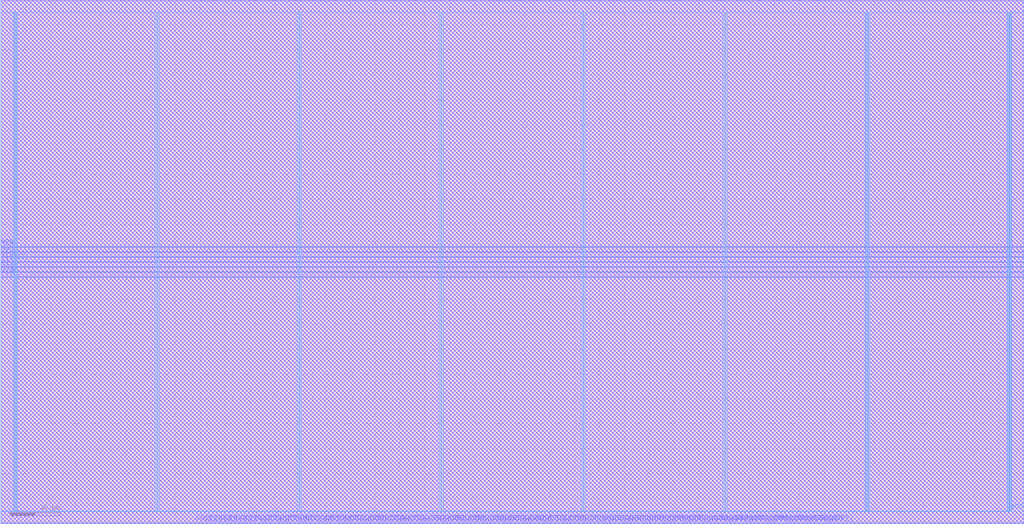
<source format=lef>
##
## LEF for PtnCells ;
## created by Innovus v15.23-s045_1 on Wed Mar 19 04:16:30 2025
##

VERSION 5.8 ;

BUSBITCHARS "[]" ;
DIVIDERCHAR "/" ;

MACRO sram_w16
  CLASS BLOCK ;
  SIZE 820.0000 BY 420.0000 ;
  FOREIGN sram_w16 0.0000 0.0000 ;
  ORIGIN 0 0 ;
  SYMMETRY X Y R90 ;
  PIN CLK
    DIRECTION INPUT ;
    USE SIGNAL ;
    PORT
      LAYER M3 ;
        RECT 0.0000 217.7500 0.5200 217.8500 ;
    END
  END CLK
  PIN D[127]
    DIRECTION INPUT ;
    USE SIGNAL ;
    PORT
      LAYER M2 ;
        RECT 663.8500 0.0000 663.9500 0.5200 ;
    END
  END D[127]
  PIN D[126]
    DIRECTION INPUT ;
    USE SIGNAL ;
    PORT
      LAYER M2 ;
        RECT 659.8500 0.0000 659.9500 0.5200 ;
    END
  END D[126]
  PIN D[125]
    DIRECTION INPUT ;
    USE SIGNAL ;
    PORT
      LAYER M2 ;
        RECT 655.8500 0.0000 655.9500 0.5200 ;
    END
  END D[125]
  PIN D[124]
    DIRECTION INPUT ;
    USE SIGNAL ;
    PORT
      LAYER M2 ;
        RECT 651.8500 0.0000 651.9500 0.5200 ;
    END
  END D[124]
  PIN D[123]
    DIRECTION INPUT ;
    USE SIGNAL ;
    PORT
      LAYER M2 ;
        RECT 647.8500 0.0000 647.9500 0.5200 ;
    END
  END D[123]
  PIN D[122]
    DIRECTION INPUT ;
    USE SIGNAL ;
    PORT
      LAYER M2 ;
        RECT 643.8500 0.0000 643.9500 0.5200 ;
    END
  END D[122]
  PIN D[121]
    DIRECTION INPUT ;
    USE SIGNAL ;
    PORT
      LAYER M2 ;
        RECT 639.8500 0.0000 639.9500 0.5200 ;
    END
  END D[121]
  PIN D[120]
    DIRECTION INPUT ;
    USE SIGNAL ;
    PORT
      LAYER M2 ;
        RECT 635.8500 0.0000 635.9500 0.5200 ;
    END
  END D[120]
  PIN D[119]
    DIRECTION INPUT ;
    USE SIGNAL ;
    PORT
      LAYER M2 ;
        RECT 631.8500 0.0000 631.9500 0.5200 ;
    END
  END D[119]
  PIN D[118]
    DIRECTION INPUT ;
    USE SIGNAL ;
    PORT
      LAYER M2 ;
        RECT 627.8500 0.0000 627.9500 0.5200 ;
    END
  END D[118]
  PIN D[117]
    DIRECTION INPUT ;
    USE SIGNAL ;
    PORT
      LAYER M2 ;
        RECT 623.8500 0.0000 623.9500 0.5200 ;
    END
  END D[117]
  PIN D[116]
    DIRECTION INPUT ;
    USE SIGNAL ;
    PORT
      LAYER M2 ;
        RECT 619.8500 0.0000 619.9500 0.5200 ;
    END
  END D[116]
  PIN D[115]
    DIRECTION INPUT ;
    USE SIGNAL ;
    PORT
      LAYER M2 ;
        RECT 615.8500 0.0000 615.9500 0.5200 ;
    END
  END D[115]
  PIN D[114]
    DIRECTION INPUT ;
    USE SIGNAL ;
    PORT
      LAYER M2 ;
        RECT 611.8500 0.0000 611.9500 0.5200 ;
    END
  END D[114]
  PIN D[113]
    DIRECTION INPUT ;
    USE SIGNAL ;
    PORT
      LAYER M2 ;
        RECT 607.8500 0.0000 607.9500 0.5200 ;
    END
  END D[113]
  PIN D[112]
    DIRECTION INPUT ;
    USE SIGNAL ;
    PORT
      LAYER M2 ;
        RECT 603.8500 0.0000 603.9500 0.5200 ;
    END
  END D[112]
  PIN D[111]
    DIRECTION INPUT ;
    USE SIGNAL ;
    PORT
      LAYER M2 ;
        RECT 599.8500 0.0000 599.9500 0.5200 ;
    END
  END D[111]
  PIN D[110]
    DIRECTION INPUT ;
    USE SIGNAL ;
    PORT
      LAYER M2 ;
        RECT 595.8500 0.0000 595.9500 0.5200 ;
    END
  END D[110]
  PIN D[109]
    DIRECTION INPUT ;
    USE SIGNAL ;
    PORT
      LAYER M2 ;
        RECT 591.8500 0.0000 591.9500 0.5200 ;
    END
  END D[109]
  PIN D[108]
    DIRECTION INPUT ;
    USE SIGNAL ;
    PORT
      LAYER M2 ;
        RECT 587.8500 0.0000 587.9500 0.5200 ;
    END
  END D[108]
  PIN D[107]
    DIRECTION INPUT ;
    USE SIGNAL ;
    PORT
      LAYER M2 ;
        RECT 583.8500 0.0000 583.9500 0.5200 ;
    END
  END D[107]
  PIN D[106]
    DIRECTION INPUT ;
    USE SIGNAL ;
    PORT
      LAYER M2 ;
        RECT 579.8500 0.0000 579.9500 0.5200 ;
    END
  END D[106]
  PIN D[105]
    DIRECTION INPUT ;
    USE SIGNAL ;
    PORT
      LAYER M2 ;
        RECT 575.8500 0.0000 575.9500 0.5200 ;
    END
  END D[105]
  PIN D[104]
    DIRECTION INPUT ;
    USE SIGNAL ;
    PORT
      LAYER M2 ;
        RECT 571.8500 0.0000 571.9500 0.5200 ;
    END
  END D[104]
  PIN D[103]
    DIRECTION INPUT ;
    USE SIGNAL ;
    PORT
      LAYER M2 ;
        RECT 567.8500 0.0000 567.9500 0.5200 ;
    END
  END D[103]
  PIN D[102]
    DIRECTION INPUT ;
    USE SIGNAL ;
    PORT
      LAYER M2 ;
        RECT 563.8500 0.0000 563.9500 0.5200 ;
    END
  END D[102]
  PIN D[101]
    DIRECTION INPUT ;
    USE SIGNAL ;
    PORT
      LAYER M2 ;
        RECT 559.8500 0.0000 559.9500 0.5200 ;
    END
  END D[101]
  PIN D[100]
    DIRECTION INPUT ;
    USE SIGNAL ;
    PORT
      LAYER M2 ;
        RECT 555.8500 0.0000 555.9500 0.5200 ;
    END
  END D[100]
  PIN D[99]
    DIRECTION INPUT ;
    USE SIGNAL ;
    PORT
      LAYER M2 ;
        RECT 551.8500 0.0000 551.9500 0.5200 ;
    END
  END D[99]
  PIN D[98]
    DIRECTION INPUT ;
    USE SIGNAL ;
    PORT
      LAYER M2 ;
        RECT 547.8500 0.0000 547.9500 0.5200 ;
    END
  END D[98]
  PIN D[97]
    DIRECTION INPUT ;
    USE SIGNAL ;
    PORT
      LAYER M2 ;
        RECT 543.8500 0.0000 543.9500 0.5200 ;
    END
  END D[97]
  PIN D[96]
    DIRECTION INPUT ;
    USE SIGNAL ;
    PORT
      LAYER M2 ;
        RECT 539.8500 0.0000 539.9500 0.5200 ;
    END
  END D[96]
  PIN D[95]
    DIRECTION INPUT ;
    USE SIGNAL ;
    PORT
      LAYER M2 ;
        RECT 535.8500 0.0000 535.9500 0.5200 ;
    END
  END D[95]
  PIN D[94]
    DIRECTION INPUT ;
    USE SIGNAL ;
    PORT
      LAYER M2 ;
        RECT 531.8500 0.0000 531.9500 0.5200 ;
    END
  END D[94]
  PIN D[93]
    DIRECTION INPUT ;
    USE SIGNAL ;
    PORT
      LAYER M2 ;
        RECT 527.8500 0.0000 527.9500 0.5200 ;
    END
  END D[93]
  PIN D[92]
    DIRECTION INPUT ;
    USE SIGNAL ;
    PORT
      LAYER M2 ;
        RECT 523.8500 0.0000 523.9500 0.5200 ;
    END
  END D[92]
  PIN D[91]
    DIRECTION INPUT ;
    USE SIGNAL ;
    PORT
      LAYER M2 ;
        RECT 519.8500 0.0000 519.9500 0.5200 ;
    END
  END D[91]
  PIN D[90]
    DIRECTION INPUT ;
    USE SIGNAL ;
    PORT
      LAYER M2 ;
        RECT 515.8500 0.0000 515.9500 0.5200 ;
    END
  END D[90]
  PIN D[89]
    DIRECTION INPUT ;
    USE SIGNAL ;
    PORT
      LAYER M2 ;
        RECT 511.8500 0.0000 511.9500 0.5200 ;
    END
  END D[89]
  PIN D[88]
    DIRECTION INPUT ;
    USE SIGNAL ;
    PORT
      LAYER M2 ;
        RECT 507.8500 0.0000 507.9500 0.5200 ;
    END
  END D[88]
  PIN D[87]
    DIRECTION INPUT ;
    USE SIGNAL ;
    PORT
      LAYER M2 ;
        RECT 503.8500 0.0000 503.9500 0.5200 ;
    END
  END D[87]
  PIN D[86]
    DIRECTION INPUT ;
    USE SIGNAL ;
    PORT
      LAYER M2 ;
        RECT 499.8500 0.0000 499.9500 0.5200 ;
    END
  END D[86]
  PIN D[85]
    DIRECTION INPUT ;
    USE SIGNAL ;
    PORT
      LAYER M2 ;
        RECT 495.8500 0.0000 495.9500 0.5200 ;
    END
  END D[85]
  PIN D[84]
    DIRECTION INPUT ;
    USE SIGNAL ;
    PORT
      LAYER M2 ;
        RECT 491.8500 0.0000 491.9500 0.5200 ;
    END
  END D[84]
  PIN D[83]
    DIRECTION INPUT ;
    USE SIGNAL ;
    PORT
      LAYER M2 ;
        RECT 487.8500 0.0000 487.9500 0.5200 ;
    END
  END D[83]
  PIN D[82]
    DIRECTION INPUT ;
    USE SIGNAL ;
    PORT
      LAYER M2 ;
        RECT 483.8500 0.0000 483.9500 0.5200 ;
    END
  END D[82]
  PIN D[81]
    DIRECTION INPUT ;
    USE SIGNAL ;
    PORT
      LAYER M2 ;
        RECT 479.8500 0.0000 479.9500 0.5200 ;
    END
  END D[81]
  PIN D[80]
    DIRECTION INPUT ;
    USE SIGNAL ;
    PORT
      LAYER M2 ;
        RECT 475.8500 0.0000 475.9500 0.5200 ;
    END
  END D[80]
  PIN D[79]
    DIRECTION INPUT ;
    USE SIGNAL ;
    PORT
      LAYER M2 ;
        RECT 471.8500 0.0000 471.9500 0.5200 ;
    END
  END D[79]
  PIN D[78]
    DIRECTION INPUT ;
    USE SIGNAL ;
    PORT
      LAYER M2 ;
        RECT 467.8500 0.0000 467.9500 0.5200 ;
    END
  END D[78]
  PIN D[77]
    DIRECTION INPUT ;
    USE SIGNAL ;
    PORT
      LAYER M2 ;
        RECT 463.8500 0.0000 463.9500 0.5200 ;
    END
  END D[77]
  PIN D[76]
    DIRECTION INPUT ;
    USE SIGNAL ;
    PORT
      LAYER M2 ;
        RECT 459.8500 0.0000 459.9500 0.5200 ;
    END
  END D[76]
  PIN D[75]
    DIRECTION INPUT ;
    USE SIGNAL ;
    PORT
      LAYER M2 ;
        RECT 455.8500 0.0000 455.9500 0.5200 ;
    END
  END D[75]
  PIN D[74]
    DIRECTION INPUT ;
    USE SIGNAL ;
    PORT
      LAYER M2 ;
        RECT 451.8500 0.0000 451.9500 0.5200 ;
    END
  END D[74]
  PIN D[73]
    DIRECTION INPUT ;
    USE SIGNAL ;
    PORT
      LAYER M2 ;
        RECT 447.8500 0.0000 447.9500 0.5200 ;
    END
  END D[73]
  PIN D[72]
    DIRECTION INPUT ;
    USE SIGNAL ;
    PORT
      LAYER M2 ;
        RECT 443.8500 0.0000 443.9500 0.5200 ;
    END
  END D[72]
  PIN D[71]
    DIRECTION INPUT ;
    USE SIGNAL ;
    PORT
      LAYER M2 ;
        RECT 439.8500 0.0000 439.9500 0.5200 ;
    END
  END D[71]
  PIN D[70]
    DIRECTION INPUT ;
    USE SIGNAL ;
    PORT
      LAYER M2 ;
        RECT 435.8500 0.0000 435.9500 0.5200 ;
    END
  END D[70]
  PIN D[69]
    DIRECTION INPUT ;
    USE SIGNAL ;
    PORT
      LAYER M2 ;
        RECT 431.8500 0.0000 431.9500 0.5200 ;
    END
  END D[69]
  PIN D[68]
    DIRECTION INPUT ;
    USE SIGNAL ;
    PORT
      LAYER M2 ;
        RECT 427.8500 0.0000 427.9500 0.5200 ;
    END
  END D[68]
  PIN D[67]
    DIRECTION INPUT ;
    USE SIGNAL ;
    PORT
      LAYER M2 ;
        RECT 423.8500 0.0000 423.9500 0.5200 ;
    END
  END D[67]
  PIN D[66]
    DIRECTION INPUT ;
    USE SIGNAL ;
    PORT
      LAYER M2 ;
        RECT 419.8500 0.0000 419.9500 0.5200 ;
    END
  END D[66]
  PIN D[65]
    DIRECTION INPUT ;
    USE SIGNAL ;
    PORT
      LAYER M2 ;
        RECT 415.8500 0.0000 415.9500 0.5200 ;
    END
  END D[65]
  PIN D[64]
    DIRECTION INPUT ;
    USE SIGNAL ;
    PORT
      LAYER M2 ;
        RECT 411.8500 0.0000 411.9500 0.5200 ;
    END
  END D[64]
  PIN D[63]
    DIRECTION INPUT ;
    USE SIGNAL ;
    PORT
      LAYER M2 ;
        RECT 407.8500 0.0000 407.9500 0.5200 ;
    END
  END D[63]
  PIN D[62]
    DIRECTION INPUT ;
    USE SIGNAL ;
    PORT
      LAYER M2 ;
        RECT 403.8500 0.0000 403.9500 0.5200 ;
    END
  END D[62]
  PIN D[61]
    DIRECTION INPUT ;
    USE SIGNAL ;
    PORT
      LAYER M2 ;
        RECT 399.8500 0.0000 399.9500 0.5200 ;
    END
  END D[61]
  PIN D[60]
    DIRECTION INPUT ;
    USE SIGNAL ;
    PORT
      LAYER M2 ;
        RECT 395.8500 0.0000 395.9500 0.5200 ;
    END
  END D[60]
  PIN D[59]
    DIRECTION INPUT ;
    USE SIGNAL ;
    PORT
      LAYER M2 ;
        RECT 391.8500 0.0000 391.9500 0.5200 ;
    END
  END D[59]
  PIN D[58]
    DIRECTION INPUT ;
    USE SIGNAL ;
    PORT
      LAYER M2 ;
        RECT 387.8500 0.0000 387.9500 0.5200 ;
    END
  END D[58]
  PIN D[57]
    DIRECTION INPUT ;
    USE SIGNAL ;
    PORT
      LAYER M2 ;
        RECT 383.8500 0.0000 383.9500 0.5200 ;
    END
  END D[57]
  PIN D[56]
    DIRECTION INPUT ;
    USE SIGNAL ;
    PORT
      LAYER M2 ;
        RECT 379.8500 0.0000 379.9500 0.5200 ;
    END
  END D[56]
  PIN D[55]
    DIRECTION INPUT ;
    USE SIGNAL ;
    PORT
      LAYER M2 ;
        RECT 375.8500 0.0000 375.9500 0.5200 ;
    END
  END D[55]
  PIN D[54]
    DIRECTION INPUT ;
    USE SIGNAL ;
    PORT
      LAYER M2 ;
        RECT 371.8500 0.0000 371.9500 0.5200 ;
    END
  END D[54]
  PIN D[53]
    DIRECTION INPUT ;
    USE SIGNAL ;
    PORT
      LAYER M2 ;
        RECT 367.8500 0.0000 367.9500 0.5200 ;
    END
  END D[53]
  PIN D[52]
    DIRECTION INPUT ;
    USE SIGNAL ;
    PORT
      LAYER M2 ;
        RECT 363.8500 0.0000 363.9500 0.5200 ;
    END
  END D[52]
  PIN D[51]
    DIRECTION INPUT ;
    USE SIGNAL ;
    PORT
      LAYER M2 ;
        RECT 359.8500 0.0000 359.9500 0.5200 ;
    END
  END D[51]
  PIN D[50]
    DIRECTION INPUT ;
    USE SIGNAL ;
    PORT
      LAYER M2 ;
        RECT 355.8500 0.0000 355.9500 0.5200 ;
    END
  END D[50]
  PIN D[49]
    DIRECTION INPUT ;
    USE SIGNAL ;
    PORT
      LAYER M2 ;
        RECT 351.8500 0.0000 351.9500 0.5200 ;
    END
  END D[49]
  PIN D[48]
    DIRECTION INPUT ;
    USE SIGNAL ;
    PORT
      LAYER M2 ;
        RECT 347.8500 0.0000 347.9500 0.5200 ;
    END
  END D[48]
  PIN D[47]
    DIRECTION INPUT ;
    USE SIGNAL ;
    PORT
      LAYER M2 ;
        RECT 343.8500 0.0000 343.9500 0.5200 ;
    END
  END D[47]
  PIN D[46]
    DIRECTION INPUT ;
    USE SIGNAL ;
    PORT
      LAYER M2 ;
        RECT 339.8500 0.0000 339.9500 0.5200 ;
    END
  END D[46]
  PIN D[45]
    DIRECTION INPUT ;
    USE SIGNAL ;
    PORT
      LAYER M2 ;
        RECT 335.8500 0.0000 335.9500 0.5200 ;
    END
  END D[45]
  PIN D[44]
    DIRECTION INPUT ;
    USE SIGNAL ;
    PORT
      LAYER M2 ;
        RECT 331.8500 0.0000 331.9500 0.5200 ;
    END
  END D[44]
  PIN D[43]
    DIRECTION INPUT ;
    USE SIGNAL ;
    PORT
      LAYER M2 ;
        RECT 327.8500 0.0000 327.9500 0.5200 ;
    END
  END D[43]
  PIN D[42]
    DIRECTION INPUT ;
    USE SIGNAL ;
    PORT
      LAYER M2 ;
        RECT 323.8500 0.0000 323.9500 0.5200 ;
    END
  END D[42]
  PIN D[41]
    DIRECTION INPUT ;
    USE SIGNAL ;
    PORT
      LAYER M2 ;
        RECT 319.8500 0.0000 319.9500 0.5200 ;
    END
  END D[41]
  PIN D[40]
    DIRECTION INPUT ;
    USE SIGNAL ;
    PORT
      LAYER M2 ;
        RECT 315.8500 0.0000 315.9500 0.5200 ;
    END
  END D[40]
  PIN D[39]
    DIRECTION INPUT ;
    USE SIGNAL ;
    PORT
      LAYER M2 ;
        RECT 311.8500 0.0000 311.9500 0.5200 ;
    END
  END D[39]
  PIN D[38]
    DIRECTION INPUT ;
    USE SIGNAL ;
    PORT
      LAYER M2 ;
        RECT 307.8500 0.0000 307.9500 0.5200 ;
    END
  END D[38]
  PIN D[37]
    DIRECTION INPUT ;
    USE SIGNAL ;
    PORT
      LAYER M2 ;
        RECT 303.8500 0.0000 303.9500 0.5200 ;
    END
  END D[37]
  PIN D[36]
    DIRECTION INPUT ;
    USE SIGNAL ;
    PORT
      LAYER M2 ;
        RECT 299.8500 0.0000 299.9500 0.5200 ;
    END
  END D[36]
  PIN D[35]
    DIRECTION INPUT ;
    USE SIGNAL ;
    PORT
      LAYER M2 ;
        RECT 295.8500 0.0000 295.9500 0.5200 ;
    END
  END D[35]
  PIN D[34]
    DIRECTION INPUT ;
    USE SIGNAL ;
    PORT
      LAYER M2 ;
        RECT 291.8500 0.0000 291.9500 0.5200 ;
    END
  END D[34]
  PIN D[33]
    DIRECTION INPUT ;
    USE SIGNAL ;
    PORT
      LAYER M2 ;
        RECT 287.8500 0.0000 287.9500 0.5200 ;
    END
  END D[33]
  PIN D[32]
    DIRECTION INPUT ;
    USE SIGNAL ;
    PORT
      LAYER M2 ;
        RECT 283.8500 0.0000 283.9500 0.5200 ;
    END
  END D[32]
  PIN D[31]
    DIRECTION INPUT ;
    USE SIGNAL ;
    PORT
      LAYER M2 ;
        RECT 279.8500 0.0000 279.9500 0.5200 ;
    END
  END D[31]
  PIN D[30]
    DIRECTION INPUT ;
    USE SIGNAL ;
    PORT
      LAYER M2 ;
        RECT 275.8500 0.0000 275.9500 0.5200 ;
    END
  END D[30]
  PIN D[29]
    DIRECTION INPUT ;
    USE SIGNAL ;
    PORT
      LAYER M2 ;
        RECT 271.8500 0.0000 271.9500 0.5200 ;
    END
  END D[29]
  PIN D[28]
    DIRECTION INPUT ;
    USE SIGNAL ;
    PORT
      LAYER M2 ;
        RECT 267.8500 0.0000 267.9500 0.5200 ;
    END
  END D[28]
  PIN D[27]
    DIRECTION INPUT ;
    USE SIGNAL ;
    PORT
      LAYER M2 ;
        RECT 263.8500 0.0000 263.9500 0.5200 ;
    END
  END D[27]
  PIN D[26]
    DIRECTION INPUT ;
    USE SIGNAL ;
    PORT
      LAYER M2 ;
        RECT 259.8500 0.0000 259.9500 0.5200 ;
    END
  END D[26]
  PIN D[25]
    DIRECTION INPUT ;
    USE SIGNAL ;
    PORT
      LAYER M2 ;
        RECT 255.8500 0.0000 255.9500 0.5200 ;
    END
  END D[25]
  PIN D[24]
    DIRECTION INPUT ;
    USE SIGNAL ;
    PORT
      LAYER M2 ;
        RECT 251.8500 0.0000 251.9500 0.5200 ;
    END
  END D[24]
  PIN D[23]
    DIRECTION INPUT ;
    USE SIGNAL ;
    PORT
      LAYER M2 ;
        RECT 247.8500 0.0000 247.9500 0.5200 ;
    END
  END D[23]
  PIN D[22]
    DIRECTION INPUT ;
    USE SIGNAL ;
    PORT
      LAYER M2 ;
        RECT 243.8500 0.0000 243.9500 0.5200 ;
    END
  END D[22]
  PIN D[21]
    DIRECTION INPUT ;
    USE SIGNAL ;
    PORT
      LAYER M2 ;
        RECT 239.8500 0.0000 239.9500 0.5200 ;
    END
  END D[21]
  PIN D[20]
    DIRECTION INPUT ;
    USE SIGNAL ;
    PORT
      LAYER M2 ;
        RECT 235.8500 0.0000 235.9500 0.5200 ;
    END
  END D[20]
  PIN D[19]
    DIRECTION INPUT ;
    USE SIGNAL ;
    PORT
      LAYER M2 ;
        RECT 231.8500 0.0000 231.9500 0.5200 ;
    END
  END D[19]
  PIN D[18]
    DIRECTION INPUT ;
    USE SIGNAL ;
    PORT
      LAYER M2 ;
        RECT 227.8500 0.0000 227.9500 0.5200 ;
    END
  END D[18]
  PIN D[17]
    DIRECTION INPUT ;
    USE SIGNAL ;
    PORT
      LAYER M2 ;
        RECT 223.8500 0.0000 223.9500 0.5200 ;
    END
  END D[17]
  PIN D[16]
    DIRECTION INPUT ;
    USE SIGNAL ;
    PORT
      LAYER M2 ;
        RECT 219.8500 0.0000 219.9500 0.5200 ;
    END
  END D[16]
  PIN D[15]
    DIRECTION INPUT ;
    USE SIGNAL ;
    PORT
      LAYER M2 ;
        RECT 215.8500 0.0000 215.9500 0.5200 ;
    END
  END D[15]
  PIN D[14]
    DIRECTION INPUT ;
    USE SIGNAL ;
    PORT
      LAYER M2 ;
        RECT 211.8500 0.0000 211.9500 0.5200 ;
    END
  END D[14]
  PIN D[13]
    DIRECTION INPUT ;
    USE SIGNAL ;
    PORT
      LAYER M2 ;
        RECT 207.8500 0.0000 207.9500 0.5200 ;
    END
  END D[13]
  PIN D[12]
    DIRECTION INPUT ;
    USE SIGNAL ;
    PORT
      LAYER M2 ;
        RECT 203.8500 0.0000 203.9500 0.5200 ;
    END
  END D[12]
  PIN D[11]
    DIRECTION INPUT ;
    USE SIGNAL ;
    PORT
      LAYER M2 ;
        RECT 199.8500 0.0000 199.9500 0.5200 ;
    END
  END D[11]
  PIN D[10]
    DIRECTION INPUT ;
    USE SIGNAL ;
    PORT
      LAYER M2 ;
        RECT 195.8500 0.0000 195.9500 0.5200 ;
    END
  END D[10]
  PIN D[9]
    DIRECTION INPUT ;
    USE SIGNAL ;
    PORT
      LAYER M2 ;
        RECT 191.8500 0.0000 191.9500 0.5200 ;
    END
  END D[9]
  PIN D[8]
    DIRECTION INPUT ;
    USE SIGNAL ;
    PORT
      LAYER M2 ;
        RECT 187.8500 0.0000 187.9500 0.5200 ;
    END
  END D[8]
  PIN D[7]
    DIRECTION INPUT ;
    USE SIGNAL ;
    PORT
      LAYER M2 ;
        RECT 183.8500 0.0000 183.9500 0.5200 ;
    END
  END D[7]
  PIN D[6]
    DIRECTION INPUT ;
    USE SIGNAL ;
    PORT
      LAYER M2 ;
        RECT 179.8500 0.0000 179.9500 0.5200 ;
    END
  END D[6]
  PIN D[5]
    DIRECTION INPUT ;
    USE SIGNAL ;
    PORT
      LAYER M2 ;
        RECT 175.8500 0.0000 175.9500 0.5200 ;
    END
  END D[5]
  PIN D[4]
    DIRECTION INPUT ;
    USE SIGNAL ;
    PORT
      LAYER M2 ;
        RECT 171.8500 0.0000 171.9500 0.5200 ;
    END
  END D[4]
  PIN D[3]
    DIRECTION INPUT ;
    USE SIGNAL ;
    PORT
      LAYER M2 ;
        RECT 167.8500 0.0000 167.9500 0.5200 ;
    END
  END D[3]
  PIN D[2]
    DIRECTION INPUT ;
    USE SIGNAL ;
    PORT
      LAYER M2 ;
        RECT 163.8500 0.0000 163.9500 0.5200 ;
    END
  END D[2]
  PIN D[1]
    DIRECTION INPUT ;
    USE SIGNAL ;
    PORT
      LAYER M2 ;
        RECT 159.8500 0.0000 159.9500 0.5200 ;
    END
  END D[1]
  PIN D[0]
    DIRECTION INPUT ;
    USE SIGNAL ;
    PORT
      LAYER M2 ;
        RECT 155.8500 0.0000 155.9500 0.5200 ;
    END
  END D[0]
  PIN Q[127]
    DIRECTION OUTPUT ;
    USE SIGNAL ;
    PORT
      LAYER M2 ;
        RECT 663.8500 419.4800 663.9500 420.0000 ;
    END
  END Q[127]
  PIN Q[126]
    DIRECTION OUTPUT ;
    USE SIGNAL ;
    PORT
      LAYER M2 ;
        RECT 659.8500 419.4800 659.9500 420.0000 ;
    END
  END Q[126]
  PIN Q[125]
    DIRECTION OUTPUT ;
    USE SIGNAL ;
    PORT
      LAYER M2 ;
        RECT 655.8500 419.4800 655.9500 420.0000 ;
    END
  END Q[125]
  PIN Q[124]
    DIRECTION OUTPUT ;
    USE SIGNAL ;
    PORT
      LAYER M2 ;
        RECT 651.8500 419.4800 651.9500 420.0000 ;
    END
  END Q[124]
  PIN Q[123]
    DIRECTION OUTPUT ;
    USE SIGNAL ;
    PORT
      LAYER M2 ;
        RECT 647.8500 419.4800 647.9500 420.0000 ;
    END
  END Q[123]
  PIN Q[122]
    DIRECTION OUTPUT ;
    USE SIGNAL ;
    PORT
      LAYER M2 ;
        RECT 643.8500 419.4800 643.9500 420.0000 ;
    END
  END Q[122]
  PIN Q[121]
    DIRECTION OUTPUT ;
    USE SIGNAL ;
    PORT
      LAYER M2 ;
        RECT 639.8500 419.4800 639.9500 420.0000 ;
    END
  END Q[121]
  PIN Q[120]
    DIRECTION OUTPUT ;
    USE SIGNAL ;
    PORT
      LAYER M2 ;
        RECT 635.8500 419.4800 635.9500 420.0000 ;
    END
  END Q[120]
  PIN Q[119]
    DIRECTION OUTPUT ;
    USE SIGNAL ;
    PORT
      LAYER M2 ;
        RECT 631.8500 419.4800 631.9500 420.0000 ;
    END
  END Q[119]
  PIN Q[118]
    DIRECTION OUTPUT ;
    USE SIGNAL ;
    PORT
      LAYER M2 ;
        RECT 627.8500 419.4800 627.9500 420.0000 ;
    END
  END Q[118]
  PIN Q[117]
    DIRECTION OUTPUT ;
    USE SIGNAL ;
    PORT
      LAYER M2 ;
        RECT 623.8500 419.4800 623.9500 420.0000 ;
    END
  END Q[117]
  PIN Q[116]
    DIRECTION OUTPUT ;
    USE SIGNAL ;
    PORT
      LAYER M2 ;
        RECT 619.8500 419.4800 619.9500 420.0000 ;
    END
  END Q[116]
  PIN Q[115]
    DIRECTION OUTPUT ;
    USE SIGNAL ;
    PORT
      LAYER M2 ;
        RECT 615.8500 419.4800 615.9500 420.0000 ;
    END
  END Q[115]
  PIN Q[114]
    DIRECTION OUTPUT ;
    USE SIGNAL ;
    PORT
      LAYER M2 ;
        RECT 611.8500 419.4800 611.9500 420.0000 ;
    END
  END Q[114]
  PIN Q[113]
    DIRECTION OUTPUT ;
    USE SIGNAL ;
    PORT
      LAYER M2 ;
        RECT 607.8500 419.4800 607.9500 420.0000 ;
    END
  END Q[113]
  PIN Q[112]
    DIRECTION OUTPUT ;
    USE SIGNAL ;
    PORT
      LAYER M2 ;
        RECT 603.8500 419.4800 603.9500 420.0000 ;
    END
  END Q[112]
  PIN Q[111]
    DIRECTION OUTPUT ;
    USE SIGNAL ;
    PORT
      LAYER M2 ;
        RECT 599.8500 419.4800 599.9500 420.0000 ;
    END
  END Q[111]
  PIN Q[110]
    DIRECTION OUTPUT ;
    USE SIGNAL ;
    PORT
      LAYER M2 ;
        RECT 595.8500 419.4800 595.9500 420.0000 ;
    END
  END Q[110]
  PIN Q[109]
    DIRECTION OUTPUT ;
    USE SIGNAL ;
    PORT
      LAYER M2 ;
        RECT 591.8500 419.4800 591.9500 420.0000 ;
    END
  END Q[109]
  PIN Q[108]
    DIRECTION OUTPUT ;
    USE SIGNAL ;
    PORT
      LAYER M2 ;
        RECT 587.8500 419.4800 587.9500 420.0000 ;
    END
  END Q[108]
  PIN Q[107]
    DIRECTION OUTPUT ;
    USE SIGNAL ;
    PORT
      LAYER M2 ;
        RECT 583.8500 419.4800 583.9500 420.0000 ;
    END
  END Q[107]
  PIN Q[106]
    DIRECTION OUTPUT ;
    USE SIGNAL ;
    PORT
      LAYER M2 ;
        RECT 579.8500 419.4800 579.9500 420.0000 ;
    END
  END Q[106]
  PIN Q[105]
    DIRECTION OUTPUT ;
    USE SIGNAL ;
    PORT
      LAYER M2 ;
        RECT 575.8500 419.4800 575.9500 420.0000 ;
    END
  END Q[105]
  PIN Q[104]
    DIRECTION OUTPUT ;
    USE SIGNAL ;
    PORT
      LAYER M2 ;
        RECT 571.8500 419.4800 571.9500 420.0000 ;
    END
  END Q[104]
  PIN Q[103]
    DIRECTION OUTPUT ;
    USE SIGNAL ;
    PORT
      LAYER M2 ;
        RECT 567.8500 419.4800 567.9500 420.0000 ;
    END
  END Q[103]
  PIN Q[102]
    DIRECTION OUTPUT ;
    USE SIGNAL ;
    PORT
      LAYER M2 ;
        RECT 563.8500 419.4800 563.9500 420.0000 ;
    END
  END Q[102]
  PIN Q[101]
    DIRECTION OUTPUT ;
    USE SIGNAL ;
    PORT
      LAYER M2 ;
        RECT 559.8500 419.4800 559.9500 420.0000 ;
    END
  END Q[101]
  PIN Q[100]
    DIRECTION OUTPUT ;
    USE SIGNAL ;
    PORT
      LAYER M2 ;
        RECT 555.8500 419.4800 555.9500 420.0000 ;
    END
  END Q[100]
  PIN Q[99]
    DIRECTION OUTPUT ;
    USE SIGNAL ;
    PORT
      LAYER M2 ;
        RECT 551.8500 419.4800 551.9500 420.0000 ;
    END
  END Q[99]
  PIN Q[98]
    DIRECTION OUTPUT ;
    USE SIGNAL ;
    PORT
      LAYER M2 ;
        RECT 547.8500 419.4800 547.9500 420.0000 ;
    END
  END Q[98]
  PIN Q[97]
    DIRECTION OUTPUT ;
    USE SIGNAL ;
    PORT
      LAYER M2 ;
        RECT 543.8500 419.4800 543.9500 420.0000 ;
    END
  END Q[97]
  PIN Q[96]
    DIRECTION OUTPUT ;
    USE SIGNAL ;
    PORT
      LAYER M2 ;
        RECT 539.8500 419.4800 539.9500 420.0000 ;
    END
  END Q[96]
  PIN Q[95]
    DIRECTION OUTPUT ;
    USE SIGNAL ;
    PORT
      LAYER M2 ;
        RECT 535.8500 419.4800 535.9500 420.0000 ;
    END
  END Q[95]
  PIN Q[94]
    DIRECTION OUTPUT ;
    USE SIGNAL ;
    PORT
      LAYER M2 ;
        RECT 531.8500 419.4800 531.9500 420.0000 ;
    END
  END Q[94]
  PIN Q[93]
    DIRECTION OUTPUT ;
    USE SIGNAL ;
    PORT
      LAYER M2 ;
        RECT 527.8500 419.4800 527.9500 420.0000 ;
    END
  END Q[93]
  PIN Q[92]
    DIRECTION OUTPUT ;
    USE SIGNAL ;
    PORT
      LAYER M2 ;
        RECT 523.8500 419.4800 523.9500 420.0000 ;
    END
  END Q[92]
  PIN Q[91]
    DIRECTION OUTPUT ;
    USE SIGNAL ;
    PORT
      LAYER M2 ;
        RECT 519.8500 419.4800 519.9500 420.0000 ;
    END
  END Q[91]
  PIN Q[90]
    DIRECTION OUTPUT ;
    USE SIGNAL ;
    PORT
      LAYER M2 ;
        RECT 515.8500 419.4800 515.9500 420.0000 ;
    END
  END Q[90]
  PIN Q[89]
    DIRECTION OUTPUT ;
    USE SIGNAL ;
    PORT
      LAYER M2 ;
        RECT 511.8500 419.4800 511.9500 420.0000 ;
    END
  END Q[89]
  PIN Q[88]
    DIRECTION OUTPUT ;
    USE SIGNAL ;
    PORT
      LAYER M2 ;
        RECT 507.8500 419.4800 507.9500 420.0000 ;
    END
  END Q[88]
  PIN Q[87]
    DIRECTION OUTPUT ;
    USE SIGNAL ;
    PORT
      LAYER M2 ;
        RECT 503.8500 419.4800 503.9500 420.0000 ;
    END
  END Q[87]
  PIN Q[86]
    DIRECTION OUTPUT ;
    USE SIGNAL ;
    PORT
      LAYER M2 ;
        RECT 499.8500 419.4800 499.9500 420.0000 ;
    END
  END Q[86]
  PIN Q[85]
    DIRECTION OUTPUT ;
    USE SIGNAL ;
    PORT
      LAYER M2 ;
        RECT 495.8500 419.4800 495.9500 420.0000 ;
    END
  END Q[85]
  PIN Q[84]
    DIRECTION OUTPUT ;
    USE SIGNAL ;
    PORT
      LAYER M2 ;
        RECT 491.8500 419.4800 491.9500 420.0000 ;
    END
  END Q[84]
  PIN Q[83]
    DIRECTION OUTPUT ;
    USE SIGNAL ;
    PORT
      LAYER M2 ;
        RECT 487.8500 419.4800 487.9500 420.0000 ;
    END
  END Q[83]
  PIN Q[82]
    DIRECTION OUTPUT ;
    USE SIGNAL ;
    PORT
      LAYER M2 ;
        RECT 483.8500 419.4800 483.9500 420.0000 ;
    END
  END Q[82]
  PIN Q[81]
    DIRECTION OUTPUT ;
    USE SIGNAL ;
    PORT
      LAYER M2 ;
        RECT 479.8500 419.4800 479.9500 420.0000 ;
    END
  END Q[81]
  PIN Q[80]
    DIRECTION OUTPUT ;
    USE SIGNAL ;
    PORT
      LAYER M2 ;
        RECT 475.8500 419.4800 475.9500 420.0000 ;
    END
  END Q[80]
  PIN Q[79]
    DIRECTION OUTPUT ;
    USE SIGNAL ;
    PORT
      LAYER M2 ;
        RECT 471.8500 419.4800 471.9500 420.0000 ;
    END
  END Q[79]
  PIN Q[78]
    DIRECTION OUTPUT ;
    USE SIGNAL ;
    PORT
      LAYER M2 ;
        RECT 467.8500 419.4800 467.9500 420.0000 ;
    END
  END Q[78]
  PIN Q[77]
    DIRECTION OUTPUT ;
    USE SIGNAL ;
    PORT
      LAYER M2 ;
        RECT 463.8500 419.4800 463.9500 420.0000 ;
    END
  END Q[77]
  PIN Q[76]
    DIRECTION OUTPUT ;
    USE SIGNAL ;
    PORT
      LAYER M2 ;
        RECT 459.8500 419.4800 459.9500 420.0000 ;
    END
  END Q[76]
  PIN Q[75]
    DIRECTION OUTPUT ;
    USE SIGNAL ;
    PORT
      LAYER M2 ;
        RECT 455.8500 419.4800 455.9500 420.0000 ;
    END
  END Q[75]
  PIN Q[74]
    DIRECTION OUTPUT ;
    USE SIGNAL ;
    PORT
      LAYER M2 ;
        RECT 451.8500 419.4800 451.9500 420.0000 ;
    END
  END Q[74]
  PIN Q[73]
    DIRECTION OUTPUT ;
    USE SIGNAL ;
    PORT
      LAYER M2 ;
        RECT 447.8500 419.4800 447.9500 420.0000 ;
    END
  END Q[73]
  PIN Q[72]
    DIRECTION OUTPUT ;
    USE SIGNAL ;
    PORT
      LAYER M2 ;
        RECT 443.8500 419.4800 443.9500 420.0000 ;
    END
  END Q[72]
  PIN Q[71]
    DIRECTION OUTPUT ;
    USE SIGNAL ;
    PORT
      LAYER M2 ;
        RECT 439.8500 419.4800 439.9500 420.0000 ;
    END
  END Q[71]
  PIN Q[70]
    DIRECTION OUTPUT ;
    USE SIGNAL ;
    PORT
      LAYER M2 ;
        RECT 435.8500 419.4800 435.9500 420.0000 ;
    END
  END Q[70]
  PIN Q[69]
    DIRECTION OUTPUT ;
    USE SIGNAL ;
    PORT
      LAYER M2 ;
        RECT 431.8500 419.4800 431.9500 420.0000 ;
    END
  END Q[69]
  PIN Q[68]
    DIRECTION OUTPUT ;
    USE SIGNAL ;
    PORT
      LAYER M2 ;
        RECT 427.8500 419.4800 427.9500 420.0000 ;
    END
  END Q[68]
  PIN Q[67]
    DIRECTION OUTPUT ;
    USE SIGNAL ;
    PORT
      LAYER M2 ;
        RECT 423.8500 419.4800 423.9500 420.0000 ;
    END
  END Q[67]
  PIN Q[66]
    DIRECTION OUTPUT ;
    USE SIGNAL ;
    PORT
      LAYER M2 ;
        RECT 419.8500 419.4800 419.9500 420.0000 ;
    END
  END Q[66]
  PIN Q[65]
    DIRECTION OUTPUT ;
    USE SIGNAL ;
    PORT
      LAYER M2 ;
        RECT 415.8500 419.4800 415.9500 420.0000 ;
    END
  END Q[65]
  PIN Q[64]
    DIRECTION OUTPUT ;
    USE SIGNAL ;
    PORT
      LAYER M2 ;
        RECT 411.8500 419.4800 411.9500 420.0000 ;
    END
  END Q[64]
  PIN Q[63]
    DIRECTION OUTPUT ;
    USE SIGNAL ;
    PORT
      LAYER M2 ;
        RECT 407.8500 419.4800 407.9500 420.0000 ;
    END
  END Q[63]
  PIN Q[62]
    DIRECTION OUTPUT ;
    USE SIGNAL ;
    PORT
      LAYER M2 ;
        RECT 403.8500 419.4800 403.9500 420.0000 ;
    END
  END Q[62]
  PIN Q[61]
    DIRECTION OUTPUT ;
    USE SIGNAL ;
    PORT
      LAYER M2 ;
        RECT 399.8500 419.4800 399.9500 420.0000 ;
    END
  END Q[61]
  PIN Q[60]
    DIRECTION OUTPUT ;
    USE SIGNAL ;
    PORT
      LAYER M2 ;
        RECT 395.8500 419.4800 395.9500 420.0000 ;
    END
  END Q[60]
  PIN Q[59]
    DIRECTION OUTPUT ;
    USE SIGNAL ;
    PORT
      LAYER M2 ;
        RECT 391.8500 419.4800 391.9500 420.0000 ;
    END
  END Q[59]
  PIN Q[58]
    DIRECTION OUTPUT ;
    USE SIGNAL ;
    PORT
      LAYER M2 ;
        RECT 387.8500 419.4800 387.9500 420.0000 ;
    END
  END Q[58]
  PIN Q[57]
    DIRECTION OUTPUT ;
    USE SIGNAL ;
    PORT
      LAYER M2 ;
        RECT 383.8500 419.4800 383.9500 420.0000 ;
    END
  END Q[57]
  PIN Q[56]
    DIRECTION OUTPUT ;
    USE SIGNAL ;
    PORT
      LAYER M2 ;
        RECT 379.8500 419.4800 379.9500 420.0000 ;
    END
  END Q[56]
  PIN Q[55]
    DIRECTION OUTPUT ;
    USE SIGNAL ;
    PORT
      LAYER M2 ;
        RECT 375.8500 419.4800 375.9500 420.0000 ;
    END
  END Q[55]
  PIN Q[54]
    DIRECTION OUTPUT ;
    USE SIGNAL ;
    PORT
      LAYER M2 ;
        RECT 371.8500 419.4800 371.9500 420.0000 ;
    END
  END Q[54]
  PIN Q[53]
    DIRECTION OUTPUT ;
    USE SIGNAL ;
    PORT
      LAYER M2 ;
        RECT 367.8500 419.4800 367.9500 420.0000 ;
    END
  END Q[53]
  PIN Q[52]
    DIRECTION OUTPUT ;
    USE SIGNAL ;
    PORT
      LAYER M2 ;
        RECT 363.8500 419.4800 363.9500 420.0000 ;
    END
  END Q[52]
  PIN Q[51]
    DIRECTION OUTPUT ;
    USE SIGNAL ;
    PORT
      LAYER M2 ;
        RECT 359.8500 419.4800 359.9500 420.0000 ;
    END
  END Q[51]
  PIN Q[50]
    DIRECTION OUTPUT ;
    USE SIGNAL ;
    PORT
      LAYER M2 ;
        RECT 355.8500 419.4800 355.9500 420.0000 ;
    END
  END Q[50]
  PIN Q[49]
    DIRECTION OUTPUT ;
    USE SIGNAL ;
    PORT
      LAYER M2 ;
        RECT 351.8500 419.4800 351.9500 420.0000 ;
    END
  END Q[49]
  PIN Q[48]
    DIRECTION OUTPUT ;
    USE SIGNAL ;
    PORT
      LAYER M2 ;
        RECT 347.8500 419.4800 347.9500 420.0000 ;
    END
  END Q[48]
  PIN Q[47]
    DIRECTION OUTPUT ;
    USE SIGNAL ;
    PORT
      LAYER M2 ;
        RECT 343.8500 419.4800 343.9500 420.0000 ;
    END
  END Q[47]
  PIN Q[46]
    DIRECTION OUTPUT ;
    USE SIGNAL ;
    PORT
      LAYER M2 ;
        RECT 339.8500 419.4800 339.9500 420.0000 ;
    END
  END Q[46]
  PIN Q[45]
    DIRECTION OUTPUT ;
    USE SIGNAL ;
    PORT
      LAYER M2 ;
        RECT 335.8500 419.4800 335.9500 420.0000 ;
    END
  END Q[45]
  PIN Q[44]
    DIRECTION OUTPUT ;
    USE SIGNAL ;
    PORT
      LAYER M2 ;
        RECT 331.8500 419.4800 331.9500 420.0000 ;
    END
  END Q[44]
  PIN Q[43]
    DIRECTION OUTPUT ;
    USE SIGNAL ;
    PORT
      LAYER M2 ;
        RECT 327.8500 419.4800 327.9500 420.0000 ;
    END
  END Q[43]
  PIN Q[42]
    DIRECTION OUTPUT ;
    USE SIGNAL ;
    PORT
      LAYER M2 ;
        RECT 323.8500 419.4800 323.9500 420.0000 ;
    END
  END Q[42]
  PIN Q[41]
    DIRECTION OUTPUT ;
    USE SIGNAL ;
    PORT
      LAYER M2 ;
        RECT 319.8500 419.4800 319.9500 420.0000 ;
    END
  END Q[41]
  PIN Q[40]
    DIRECTION OUTPUT ;
    USE SIGNAL ;
    PORT
      LAYER M2 ;
        RECT 315.8500 419.4800 315.9500 420.0000 ;
    END
  END Q[40]
  PIN Q[39]
    DIRECTION OUTPUT ;
    USE SIGNAL ;
    PORT
      LAYER M2 ;
        RECT 311.8500 419.4800 311.9500 420.0000 ;
    END
  END Q[39]
  PIN Q[38]
    DIRECTION OUTPUT ;
    USE SIGNAL ;
    PORT
      LAYER M2 ;
        RECT 307.8500 419.4800 307.9500 420.0000 ;
    END
  END Q[38]
  PIN Q[37]
    DIRECTION OUTPUT ;
    USE SIGNAL ;
    PORT
      LAYER M2 ;
        RECT 303.8500 419.4800 303.9500 420.0000 ;
    END
  END Q[37]
  PIN Q[36]
    DIRECTION OUTPUT ;
    USE SIGNAL ;
    PORT
      LAYER M2 ;
        RECT 299.8500 419.4800 299.9500 420.0000 ;
    END
  END Q[36]
  PIN Q[35]
    DIRECTION OUTPUT ;
    USE SIGNAL ;
    PORT
      LAYER M2 ;
        RECT 295.8500 419.4800 295.9500 420.0000 ;
    END
  END Q[35]
  PIN Q[34]
    DIRECTION OUTPUT ;
    USE SIGNAL ;
    PORT
      LAYER M2 ;
        RECT 291.8500 419.4800 291.9500 420.0000 ;
    END
  END Q[34]
  PIN Q[33]
    DIRECTION OUTPUT ;
    USE SIGNAL ;
    PORT
      LAYER M2 ;
        RECT 287.8500 419.4800 287.9500 420.0000 ;
    END
  END Q[33]
  PIN Q[32]
    DIRECTION OUTPUT ;
    USE SIGNAL ;
    PORT
      LAYER M2 ;
        RECT 283.8500 419.4800 283.9500 420.0000 ;
    END
  END Q[32]
  PIN Q[31]
    DIRECTION OUTPUT ;
    USE SIGNAL ;
    PORT
      LAYER M2 ;
        RECT 279.8500 419.4800 279.9500 420.0000 ;
    END
  END Q[31]
  PIN Q[30]
    DIRECTION OUTPUT ;
    USE SIGNAL ;
    PORT
      LAYER M2 ;
        RECT 275.8500 419.4800 275.9500 420.0000 ;
    END
  END Q[30]
  PIN Q[29]
    DIRECTION OUTPUT ;
    USE SIGNAL ;
    PORT
      LAYER M2 ;
        RECT 271.8500 419.4800 271.9500 420.0000 ;
    END
  END Q[29]
  PIN Q[28]
    DIRECTION OUTPUT ;
    USE SIGNAL ;
    PORT
      LAYER M2 ;
        RECT 267.8500 419.4800 267.9500 420.0000 ;
    END
  END Q[28]
  PIN Q[27]
    DIRECTION OUTPUT ;
    USE SIGNAL ;
    PORT
      LAYER M2 ;
        RECT 263.8500 419.4800 263.9500 420.0000 ;
    END
  END Q[27]
  PIN Q[26]
    DIRECTION OUTPUT ;
    USE SIGNAL ;
    PORT
      LAYER M2 ;
        RECT 259.8500 419.4800 259.9500 420.0000 ;
    END
  END Q[26]
  PIN Q[25]
    DIRECTION OUTPUT ;
    USE SIGNAL ;
    PORT
      LAYER M2 ;
        RECT 255.8500 419.4800 255.9500 420.0000 ;
    END
  END Q[25]
  PIN Q[24]
    DIRECTION OUTPUT ;
    USE SIGNAL ;
    PORT
      LAYER M2 ;
        RECT 251.8500 419.4800 251.9500 420.0000 ;
    END
  END Q[24]
  PIN Q[23]
    DIRECTION OUTPUT ;
    USE SIGNAL ;
    PORT
      LAYER M2 ;
        RECT 247.8500 419.4800 247.9500 420.0000 ;
    END
  END Q[23]
  PIN Q[22]
    DIRECTION OUTPUT ;
    USE SIGNAL ;
    PORT
      LAYER M2 ;
        RECT 243.8500 419.4800 243.9500 420.0000 ;
    END
  END Q[22]
  PIN Q[21]
    DIRECTION OUTPUT ;
    USE SIGNAL ;
    PORT
      LAYER M2 ;
        RECT 239.8500 419.4800 239.9500 420.0000 ;
    END
  END Q[21]
  PIN Q[20]
    DIRECTION OUTPUT ;
    USE SIGNAL ;
    PORT
      LAYER M2 ;
        RECT 235.8500 419.4800 235.9500 420.0000 ;
    END
  END Q[20]
  PIN Q[19]
    DIRECTION OUTPUT ;
    USE SIGNAL ;
    PORT
      LAYER M2 ;
        RECT 231.8500 419.4800 231.9500 420.0000 ;
    END
  END Q[19]
  PIN Q[18]
    DIRECTION OUTPUT ;
    USE SIGNAL ;
    PORT
      LAYER M2 ;
        RECT 227.8500 419.4800 227.9500 420.0000 ;
    END
  END Q[18]
  PIN Q[17]
    DIRECTION OUTPUT ;
    USE SIGNAL ;
    PORT
      LAYER M2 ;
        RECT 223.8500 419.4800 223.9500 420.0000 ;
    END
  END Q[17]
  PIN Q[16]
    DIRECTION OUTPUT ;
    USE SIGNAL ;
    PORT
      LAYER M2 ;
        RECT 219.8500 419.4800 219.9500 420.0000 ;
    END
  END Q[16]
  PIN Q[15]
    DIRECTION OUTPUT ;
    USE SIGNAL ;
    PORT
      LAYER M2 ;
        RECT 215.8500 419.4800 215.9500 420.0000 ;
    END
  END Q[15]
  PIN Q[14]
    DIRECTION OUTPUT ;
    USE SIGNAL ;
    PORT
      LAYER M2 ;
        RECT 211.8500 419.4800 211.9500 420.0000 ;
    END
  END Q[14]
  PIN Q[13]
    DIRECTION OUTPUT ;
    USE SIGNAL ;
    PORT
      LAYER M2 ;
        RECT 207.8500 419.4800 207.9500 420.0000 ;
    END
  END Q[13]
  PIN Q[12]
    DIRECTION OUTPUT ;
    USE SIGNAL ;
    PORT
      LAYER M2 ;
        RECT 203.8500 419.4800 203.9500 420.0000 ;
    END
  END Q[12]
  PIN Q[11]
    DIRECTION OUTPUT ;
    USE SIGNAL ;
    PORT
      LAYER M2 ;
        RECT 199.8500 419.4800 199.9500 420.0000 ;
    END
  END Q[11]
  PIN Q[10]
    DIRECTION OUTPUT ;
    USE SIGNAL ;
    PORT
      LAYER M2 ;
        RECT 195.8500 419.4800 195.9500 420.0000 ;
    END
  END Q[10]
  PIN Q[9]
    DIRECTION OUTPUT ;
    USE SIGNAL ;
    PORT
      LAYER M2 ;
        RECT 191.8500 419.4800 191.9500 420.0000 ;
    END
  END Q[9]
  PIN Q[8]
    DIRECTION OUTPUT ;
    USE SIGNAL ;
    PORT
      LAYER M2 ;
        RECT 187.8500 419.4800 187.9500 420.0000 ;
    END
  END Q[8]
  PIN Q[7]
    DIRECTION OUTPUT ;
    USE SIGNAL ;
    PORT
      LAYER M2 ;
        RECT 183.8500 419.4800 183.9500 420.0000 ;
    END
  END Q[7]
  PIN Q[6]
    DIRECTION OUTPUT ;
    USE SIGNAL ;
    PORT
      LAYER M2 ;
        RECT 179.8500 419.4800 179.9500 420.0000 ;
    END
  END Q[6]
  PIN Q[5]
    DIRECTION OUTPUT ;
    USE SIGNAL ;
    PORT
      LAYER M2 ;
        RECT 175.8500 419.4800 175.9500 420.0000 ;
    END
  END Q[5]
  PIN Q[4]
    DIRECTION OUTPUT ;
    USE SIGNAL ;
    PORT
      LAYER M2 ;
        RECT 171.8500 419.4800 171.9500 420.0000 ;
    END
  END Q[4]
  PIN Q[3]
    DIRECTION OUTPUT ;
    USE SIGNAL ;
    PORT
      LAYER M2 ;
        RECT 167.8500 419.4800 167.9500 420.0000 ;
    END
  END Q[3]
  PIN Q[2]
    DIRECTION OUTPUT ;
    USE SIGNAL ;
    PORT
      LAYER M2 ;
        RECT 163.8500 419.4800 163.9500 420.0000 ;
    END
  END Q[2]
  PIN Q[1]
    DIRECTION OUTPUT ;
    USE SIGNAL ;
    PORT
      LAYER M2 ;
        RECT 159.8500 419.4800 159.9500 420.0000 ;
    END
  END Q[1]
  PIN Q[0]
    DIRECTION OUTPUT ;
    USE SIGNAL ;
    PORT
      LAYER M2 ;
        RECT 155.8500 419.4800 155.9500 420.0000 ;
    END
  END Q[0]
  PIN CEN
    DIRECTION INPUT ;
    USE SIGNAL ;
    PORT
      LAYER M3 ;
        RECT 0.0000 213.7500 0.5200 213.8500 ;
    END
  END CEN
  PIN WEN
    DIRECTION INPUT ;
    USE SIGNAL ;
    PORT
      LAYER M3 ;
        RECT 0.0000 221.7500 0.5200 221.8500 ;
    END
  END WEN
  PIN A[3]
    DIRECTION INPUT ;
    USE SIGNAL ;
    PORT
      LAYER M3 ;
        RECT 0.0000 209.7500 0.5200 209.8500 ;
    END
  END A[3]
  PIN A[2]
    DIRECTION INPUT ;
    USE SIGNAL ;
    PORT
      LAYER M3 ;
        RECT 0.0000 205.7500 0.5200 205.8500 ;
    END
  END A[2]
  PIN A[1]
    DIRECTION INPUT ;
    USE SIGNAL ;
    PORT
      LAYER M3 ;
        RECT 0.0000 201.7500 0.5200 201.8500 ;
    END
  END A[1]
  PIN A[0]
    DIRECTION INPUT ;
    USE SIGNAL ;
    PORT
      LAYER M3 ;
        RECT 0.0000 197.7500 0.5200 197.8500 ;
    END
  END A[0]
  PIN VSS
    DIRECTION INOUT ;
    USE GROUND ;

# P/G power stripe data as pin
    PORT
      LAYER M4 ;
        RECT 806.9850 10.0000 807.9850 410.0000 ;
        RECT 693.1300 10.0000 694.1300 410.0000 ;
        RECT 579.2750 10.0000 580.2750 410.0000 ;
        RECT 465.4200 10.0000 466.4200 410.0000 ;
        RECT 351.5650 10.0000 352.5650 410.0000 ;
        RECT 237.7100 10.0000 238.7100 410.0000 ;
        RECT 123.8550 10.0000 124.8550 410.0000 ;
        RECT 10.0000 10.0000 11.0000 410.0000 ;
    END
# end of P/G power stripe data as pin

  END VSS
  PIN VDD
    DIRECTION INOUT ;
    USE POWER ;

# P/G power stripe data as pin
    PORT
      LAYER M4 ;
        RECT 808.9850 10.0000 809.9850 410.0000 ;
        RECT 695.1300 10.0000 696.1300 410.0000 ;
        RECT 581.2750 10.0000 582.2750 410.0000 ;
        RECT 467.4200 10.0000 468.4200 410.0000 ;
        RECT 353.5650 10.0000 354.5650 410.0000 ;
        RECT 239.7100 10.0000 240.7100 410.0000 ;
        RECT 125.8550 10.0000 126.8550 410.0000 ;
        RECT 12.0000 10.0000 13.0000 410.0000 ;
        RECT 12.0000 9.8350 13.0000 10.1650 ;
        RECT 125.8550 9.8350 126.8550 10.1650 ;
        RECT 239.7100 9.8350 240.7100 10.1650 ;
        RECT 353.5650 9.8350 354.5650 10.1650 ;
        RECT 467.4200 9.8350 468.4200 10.1650 ;
        RECT 581.2750 9.8350 582.2750 10.1650 ;
        RECT 695.1300 9.8350 696.1300 10.1650 ;
        RECT 808.9850 9.8350 809.9850 10.1650 ;
    END
# end of P/G power stripe data as pin

  END VDD
  OBS
    LAYER M1 ;
      RECT 0.0000 0.0000 820.0000 420.0000 ;
    LAYER M2 ;
      RECT 664.0500 419.3800 820.0000 420.0000 ;
      RECT 660.0500 419.3800 663.7500 420.0000 ;
      RECT 656.0500 419.3800 659.7500 420.0000 ;
      RECT 652.0500 419.3800 655.7500 420.0000 ;
      RECT 648.0500 419.3800 651.7500 420.0000 ;
      RECT 644.0500 419.3800 647.7500 420.0000 ;
      RECT 640.0500 419.3800 643.7500 420.0000 ;
      RECT 636.0500 419.3800 639.7500 420.0000 ;
      RECT 632.0500 419.3800 635.7500 420.0000 ;
      RECT 628.0500 419.3800 631.7500 420.0000 ;
      RECT 624.0500 419.3800 627.7500 420.0000 ;
      RECT 620.0500 419.3800 623.7500 420.0000 ;
      RECT 616.0500 419.3800 619.7500 420.0000 ;
      RECT 612.0500 419.3800 615.7500 420.0000 ;
      RECT 608.0500 419.3800 611.7500 420.0000 ;
      RECT 604.0500 419.3800 607.7500 420.0000 ;
      RECT 600.0500 419.3800 603.7500 420.0000 ;
      RECT 596.0500 419.3800 599.7500 420.0000 ;
      RECT 592.0500 419.3800 595.7500 420.0000 ;
      RECT 588.0500 419.3800 591.7500 420.0000 ;
      RECT 584.0500 419.3800 587.7500 420.0000 ;
      RECT 580.0500 419.3800 583.7500 420.0000 ;
      RECT 576.0500 419.3800 579.7500 420.0000 ;
      RECT 572.0500 419.3800 575.7500 420.0000 ;
      RECT 568.0500 419.3800 571.7500 420.0000 ;
      RECT 564.0500 419.3800 567.7500 420.0000 ;
      RECT 560.0500 419.3800 563.7500 420.0000 ;
      RECT 556.0500 419.3800 559.7500 420.0000 ;
      RECT 552.0500 419.3800 555.7500 420.0000 ;
      RECT 548.0500 419.3800 551.7500 420.0000 ;
      RECT 544.0500 419.3800 547.7500 420.0000 ;
      RECT 540.0500 419.3800 543.7500 420.0000 ;
      RECT 536.0500 419.3800 539.7500 420.0000 ;
      RECT 532.0500 419.3800 535.7500 420.0000 ;
      RECT 528.0500 419.3800 531.7500 420.0000 ;
      RECT 524.0500 419.3800 527.7500 420.0000 ;
      RECT 520.0500 419.3800 523.7500 420.0000 ;
      RECT 516.0500 419.3800 519.7500 420.0000 ;
      RECT 512.0500 419.3800 515.7500 420.0000 ;
      RECT 508.0500 419.3800 511.7500 420.0000 ;
      RECT 504.0500 419.3800 507.7500 420.0000 ;
      RECT 500.0500 419.3800 503.7500 420.0000 ;
      RECT 496.0500 419.3800 499.7500 420.0000 ;
      RECT 492.0500 419.3800 495.7500 420.0000 ;
      RECT 488.0500 419.3800 491.7500 420.0000 ;
      RECT 484.0500 419.3800 487.7500 420.0000 ;
      RECT 480.0500 419.3800 483.7500 420.0000 ;
      RECT 476.0500 419.3800 479.7500 420.0000 ;
      RECT 472.0500 419.3800 475.7500 420.0000 ;
      RECT 468.0500 419.3800 471.7500 420.0000 ;
      RECT 464.0500 419.3800 467.7500 420.0000 ;
      RECT 460.0500 419.3800 463.7500 420.0000 ;
      RECT 456.0500 419.3800 459.7500 420.0000 ;
      RECT 452.0500 419.3800 455.7500 420.0000 ;
      RECT 448.0500 419.3800 451.7500 420.0000 ;
      RECT 444.0500 419.3800 447.7500 420.0000 ;
      RECT 440.0500 419.3800 443.7500 420.0000 ;
      RECT 436.0500 419.3800 439.7500 420.0000 ;
      RECT 432.0500 419.3800 435.7500 420.0000 ;
      RECT 428.0500 419.3800 431.7500 420.0000 ;
      RECT 424.0500 419.3800 427.7500 420.0000 ;
      RECT 420.0500 419.3800 423.7500 420.0000 ;
      RECT 416.0500 419.3800 419.7500 420.0000 ;
      RECT 412.0500 419.3800 415.7500 420.0000 ;
      RECT 408.0500 419.3800 411.7500 420.0000 ;
      RECT 404.0500 419.3800 407.7500 420.0000 ;
      RECT 400.0500 419.3800 403.7500 420.0000 ;
      RECT 396.0500 419.3800 399.7500 420.0000 ;
      RECT 392.0500 419.3800 395.7500 420.0000 ;
      RECT 388.0500 419.3800 391.7500 420.0000 ;
      RECT 384.0500 419.3800 387.7500 420.0000 ;
      RECT 380.0500 419.3800 383.7500 420.0000 ;
      RECT 376.0500 419.3800 379.7500 420.0000 ;
      RECT 372.0500 419.3800 375.7500 420.0000 ;
      RECT 368.0500 419.3800 371.7500 420.0000 ;
      RECT 364.0500 419.3800 367.7500 420.0000 ;
      RECT 360.0500 419.3800 363.7500 420.0000 ;
      RECT 356.0500 419.3800 359.7500 420.0000 ;
      RECT 352.0500 419.3800 355.7500 420.0000 ;
      RECT 348.0500 419.3800 351.7500 420.0000 ;
      RECT 344.0500 419.3800 347.7500 420.0000 ;
      RECT 340.0500 419.3800 343.7500 420.0000 ;
      RECT 336.0500 419.3800 339.7500 420.0000 ;
      RECT 332.0500 419.3800 335.7500 420.0000 ;
      RECT 328.0500 419.3800 331.7500 420.0000 ;
      RECT 324.0500 419.3800 327.7500 420.0000 ;
      RECT 320.0500 419.3800 323.7500 420.0000 ;
      RECT 316.0500 419.3800 319.7500 420.0000 ;
      RECT 312.0500 419.3800 315.7500 420.0000 ;
      RECT 308.0500 419.3800 311.7500 420.0000 ;
      RECT 304.0500 419.3800 307.7500 420.0000 ;
      RECT 300.0500 419.3800 303.7500 420.0000 ;
      RECT 296.0500 419.3800 299.7500 420.0000 ;
      RECT 292.0500 419.3800 295.7500 420.0000 ;
      RECT 288.0500 419.3800 291.7500 420.0000 ;
      RECT 284.0500 419.3800 287.7500 420.0000 ;
      RECT 280.0500 419.3800 283.7500 420.0000 ;
      RECT 276.0500 419.3800 279.7500 420.0000 ;
      RECT 272.0500 419.3800 275.7500 420.0000 ;
      RECT 268.0500 419.3800 271.7500 420.0000 ;
      RECT 264.0500 419.3800 267.7500 420.0000 ;
      RECT 260.0500 419.3800 263.7500 420.0000 ;
      RECT 256.0500 419.3800 259.7500 420.0000 ;
      RECT 252.0500 419.3800 255.7500 420.0000 ;
      RECT 248.0500 419.3800 251.7500 420.0000 ;
      RECT 244.0500 419.3800 247.7500 420.0000 ;
      RECT 240.0500 419.3800 243.7500 420.0000 ;
      RECT 236.0500 419.3800 239.7500 420.0000 ;
      RECT 232.0500 419.3800 235.7500 420.0000 ;
      RECT 228.0500 419.3800 231.7500 420.0000 ;
      RECT 224.0500 419.3800 227.7500 420.0000 ;
      RECT 220.0500 419.3800 223.7500 420.0000 ;
      RECT 216.0500 419.3800 219.7500 420.0000 ;
      RECT 212.0500 419.3800 215.7500 420.0000 ;
      RECT 208.0500 419.3800 211.7500 420.0000 ;
      RECT 204.0500 419.3800 207.7500 420.0000 ;
      RECT 200.0500 419.3800 203.7500 420.0000 ;
      RECT 196.0500 419.3800 199.7500 420.0000 ;
      RECT 192.0500 419.3800 195.7500 420.0000 ;
      RECT 188.0500 419.3800 191.7500 420.0000 ;
      RECT 184.0500 419.3800 187.7500 420.0000 ;
      RECT 180.0500 419.3800 183.7500 420.0000 ;
      RECT 176.0500 419.3800 179.7500 420.0000 ;
      RECT 172.0500 419.3800 175.7500 420.0000 ;
      RECT 168.0500 419.3800 171.7500 420.0000 ;
      RECT 164.0500 419.3800 167.7500 420.0000 ;
      RECT 160.0500 419.3800 163.7500 420.0000 ;
      RECT 156.0500 419.3800 159.7500 420.0000 ;
      RECT 0.0000 419.3800 155.7500 420.0000 ;
      RECT 0.0000 0.6200 820.0000 419.3800 ;
      RECT 664.0500 0.0000 820.0000 0.6200 ;
      RECT 660.0500 0.0000 663.7500 0.6200 ;
      RECT 656.0500 0.0000 659.7500 0.6200 ;
      RECT 652.0500 0.0000 655.7500 0.6200 ;
      RECT 648.0500 0.0000 651.7500 0.6200 ;
      RECT 644.0500 0.0000 647.7500 0.6200 ;
      RECT 640.0500 0.0000 643.7500 0.6200 ;
      RECT 636.0500 0.0000 639.7500 0.6200 ;
      RECT 632.0500 0.0000 635.7500 0.6200 ;
      RECT 628.0500 0.0000 631.7500 0.6200 ;
      RECT 624.0500 0.0000 627.7500 0.6200 ;
      RECT 620.0500 0.0000 623.7500 0.6200 ;
      RECT 616.0500 0.0000 619.7500 0.6200 ;
      RECT 612.0500 0.0000 615.7500 0.6200 ;
      RECT 608.0500 0.0000 611.7500 0.6200 ;
      RECT 604.0500 0.0000 607.7500 0.6200 ;
      RECT 600.0500 0.0000 603.7500 0.6200 ;
      RECT 596.0500 0.0000 599.7500 0.6200 ;
      RECT 592.0500 0.0000 595.7500 0.6200 ;
      RECT 588.0500 0.0000 591.7500 0.6200 ;
      RECT 584.0500 0.0000 587.7500 0.6200 ;
      RECT 580.0500 0.0000 583.7500 0.6200 ;
      RECT 576.0500 0.0000 579.7500 0.6200 ;
      RECT 572.0500 0.0000 575.7500 0.6200 ;
      RECT 568.0500 0.0000 571.7500 0.6200 ;
      RECT 564.0500 0.0000 567.7500 0.6200 ;
      RECT 560.0500 0.0000 563.7500 0.6200 ;
      RECT 556.0500 0.0000 559.7500 0.6200 ;
      RECT 552.0500 0.0000 555.7500 0.6200 ;
      RECT 548.0500 0.0000 551.7500 0.6200 ;
      RECT 544.0500 0.0000 547.7500 0.6200 ;
      RECT 540.0500 0.0000 543.7500 0.6200 ;
      RECT 536.0500 0.0000 539.7500 0.6200 ;
      RECT 532.0500 0.0000 535.7500 0.6200 ;
      RECT 528.0500 0.0000 531.7500 0.6200 ;
      RECT 524.0500 0.0000 527.7500 0.6200 ;
      RECT 520.0500 0.0000 523.7500 0.6200 ;
      RECT 516.0500 0.0000 519.7500 0.6200 ;
      RECT 512.0500 0.0000 515.7500 0.6200 ;
      RECT 508.0500 0.0000 511.7500 0.6200 ;
      RECT 504.0500 0.0000 507.7500 0.6200 ;
      RECT 500.0500 0.0000 503.7500 0.6200 ;
      RECT 496.0500 0.0000 499.7500 0.6200 ;
      RECT 492.0500 0.0000 495.7500 0.6200 ;
      RECT 488.0500 0.0000 491.7500 0.6200 ;
      RECT 484.0500 0.0000 487.7500 0.6200 ;
      RECT 480.0500 0.0000 483.7500 0.6200 ;
      RECT 476.0500 0.0000 479.7500 0.6200 ;
      RECT 472.0500 0.0000 475.7500 0.6200 ;
      RECT 468.0500 0.0000 471.7500 0.6200 ;
      RECT 464.0500 0.0000 467.7500 0.6200 ;
      RECT 460.0500 0.0000 463.7500 0.6200 ;
      RECT 456.0500 0.0000 459.7500 0.6200 ;
      RECT 452.0500 0.0000 455.7500 0.6200 ;
      RECT 448.0500 0.0000 451.7500 0.6200 ;
      RECT 444.0500 0.0000 447.7500 0.6200 ;
      RECT 440.0500 0.0000 443.7500 0.6200 ;
      RECT 436.0500 0.0000 439.7500 0.6200 ;
      RECT 432.0500 0.0000 435.7500 0.6200 ;
      RECT 428.0500 0.0000 431.7500 0.6200 ;
      RECT 424.0500 0.0000 427.7500 0.6200 ;
      RECT 420.0500 0.0000 423.7500 0.6200 ;
      RECT 416.0500 0.0000 419.7500 0.6200 ;
      RECT 412.0500 0.0000 415.7500 0.6200 ;
      RECT 408.0500 0.0000 411.7500 0.6200 ;
      RECT 404.0500 0.0000 407.7500 0.6200 ;
      RECT 400.0500 0.0000 403.7500 0.6200 ;
      RECT 396.0500 0.0000 399.7500 0.6200 ;
      RECT 392.0500 0.0000 395.7500 0.6200 ;
      RECT 388.0500 0.0000 391.7500 0.6200 ;
      RECT 384.0500 0.0000 387.7500 0.6200 ;
      RECT 380.0500 0.0000 383.7500 0.6200 ;
      RECT 376.0500 0.0000 379.7500 0.6200 ;
      RECT 372.0500 0.0000 375.7500 0.6200 ;
      RECT 368.0500 0.0000 371.7500 0.6200 ;
      RECT 364.0500 0.0000 367.7500 0.6200 ;
      RECT 360.0500 0.0000 363.7500 0.6200 ;
      RECT 356.0500 0.0000 359.7500 0.6200 ;
      RECT 352.0500 0.0000 355.7500 0.6200 ;
      RECT 348.0500 0.0000 351.7500 0.6200 ;
      RECT 344.0500 0.0000 347.7500 0.6200 ;
      RECT 340.0500 0.0000 343.7500 0.6200 ;
      RECT 336.0500 0.0000 339.7500 0.6200 ;
      RECT 332.0500 0.0000 335.7500 0.6200 ;
      RECT 328.0500 0.0000 331.7500 0.6200 ;
      RECT 324.0500 0.0000 327.7500 0.6200 ;
      RECT 320.0500 0.0000 323.7500 0.6200 ;
      RECT 316.0500 0.0000 319.7500 0.6200 ;
      RECT 312.0500 0.0000 315.7500 0.6200 ;
      RECT 308.0500 0.0000 311.7500 0.6200 ;
      RECT 304.0500 0.0000 307.7500 0.6200 ;
      RECT 300.0500 0.0000 303.7500 0.6200 ;
      RECT 296.0500 0.0000 299.7500 0.6200 ;
      RECT 292.0500 0.0000 295.7500 0.6200 ;
      RECT 288.0500 0.0000 291.7500 0.6200 ;
      RECT 284.0500 0.0000 287.7500 0.6200 ;
      RECT 280.0500 0.0000 283.7500 0.6200 ;
      RECT 276.0500 0.0000 279.7500 0.6200 ;
      RECT 272.0500 0.0000 275.7500 0.6200 ;
      RECT 268.0500 0.0000 271.7500 0.6200 ;
      RECT 264.0500 0.0000 267.7500 0.6200 ;
      RECT 260.0500 0.0000 263.7500 0.6200 ;
      RECT 256.0500 0.0000 259.7500 0.6200 ;
      RECT 252.0500 0.0000 255.7500 0.6200 ;
      RECT 248.0500 0.0000 251.7500 0.6200 ;
      RECT 244.0500 0.0000 247.7500 0.6200 ;
      RECT 240.0500 0.0000 243.7500 0.6200 ;
      RECT 236.0500 0.0000 239.7500 0.6200 ;
      RECT 232.0500 0.0000 235.7500 0.6200 ;
      RECT 228.0500 0.0000 231.7500 0.6200 ;
      RECT 224.0500 0.0000 227.7500 0.6200 ;
      RECT 220.0500 0.0000 223.7500 0.6200 ;
      RECT 216.0500 0.0000 219.7500 0.6200 ;
      RECT 212.0500 0.0000 215.7500 0.6200 ;
      RECT 208.0500 0.0000 211.7500 0.6200 ;
      RECT 204.0500 0.0000 207.7500 0.6200 ;
      RECT 200.0500 0.0000 203.7500 0.6200 ;
      RECT 196.0500 0.0000 199.7500 0.6200 ;
      RECT 192.0500 0.0000 195.7500 0.6200 ;
      RECT 188.0500 0.0000 191.7500 0.6200 ;
      RECT 184.0500 0.0000 187.7500 0.6200 ;
      RECT 180.0500 0.0000 183.7500 0.6200 ;
      RECT 176.0500 0.0000 179.7500 0.6200 ;
      RECT 172.0500 0.0000 175.7500 0.6200 ;
      RECT 168.0500 0.0000 171.7500 0.6200 ;
      RECT 164.0500 0.0000 167.7500 0.6200 ;
      RECT 160.0500 0.0000 163.7500 0.6200 ;
      RECT 156.0500 0.0000 159.7500 0.6200 ;
      RECT 0.0000 0.0000 155.7500 0.6200 ;
    LAYER M3 ;
      RECT 0.0000 221.9500 820.0000 420.0000 ;
      RECT 0.6200 221.6500 820.0000 221.9500 ;
      RECT 0.0000 217.9500 820.0000 221.6500 ;
      RECT 0.6200 217.6500 820.0000 217.9500 ;
      RECT 0.0000 213.9500 820.0000 217.6500 ;
      RECT 0.6200 213.6500 820.0000 213.9500 ;
      RECT 0.0000 209.9500 820.0000 213.6500 ;
      RECT 0.6200 209.6500 820.0000 209.9500 ;
      RECT 0.0000 205.9500 820.0000 209.6500 ;
      RECT 0.6200 205.6500 820.0000 205.9500 ;
      RECT 0.0000 201.9500 820.0000 205.6500 ;
      RECT 0.6200 201.6500 820.0000 201.9500 ;
      RECT 0.0000 197.9500 820.0000 201.6500 ;
      RECT 0.6200 197.6500 820.0000 197.9500 ;
      RECT 0.0000 0.0000 820.0000 197.6500 ;
    LAYER M4 ;
      RECT 0.0000 410.1600 820.0000 420.0000 ;
      RECT 808.1450 9.8400 808.8250 410.1600 ;
      RECT 696.2900 9.8400 806.8250 410.1600 ;
      RECT 694.2900 9.8400 694.9700 410.1600 ;
      RECT 582.4350 9.8400 692.9700 410.1600 ;
      RECT 580.4350 9.8400 581.1150 410.1600 ;
      RECT 468.5800 9.8400 579.1150 410.1600 ;
      RECT 466.5800 9.8400 467.2600 410.1600 ;
      RECT 354.7250 9.8400 465.2600 410.1600 ;
      RECT 352.7250 9.8400 353.4050 410.1600 ;
      RECT 240.8700 9.8400 351.4050 410.1600 ;
      RECT 238.8700 9.8400 239.5500 410.1600 ;
      RECT 127.0150 9.8400 237.5500 410.1600 ;
      RECT 125.0150 9.8400 125.6950 410.1600 ;
      RECT 13.1600 9.8400 123.6950 410.1600 ;
      RECT 11.1600 9.8400 11.8400 410.1600 ;
      RECT 0.0000 9.8400 9.8400 410.1600 ;
      RECT 810.1450 9.6750 820.0000 410.1600 ;
      RECT 696.2900 9.6750 808.8250 9.8400 ;
      RECT 582.4350 9.6750 694.9700 9.8400 ;
      RECT 468.5800 9.6750 581.1150 9.8400 ;
      RECT 354.7250 9.6750 467.2600 9.8400 ;
      RECT 240.8700 9.6750 353.4050 9.8400 ;
      RECT 127.0150 9.6750 239.5500 9.8400 ;
      RECT 13.1600 9.6750 125.6950 9.8400 ;
      RECT 0.0000 9.6750 11.8400 9.8400 ;
      RECT 0.0000 0.0000 820.0000 9.6750 ;
  END
END sram_w16

END LIBRARY

</source>
